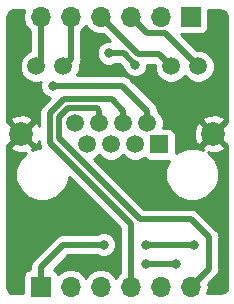
<source format=gbr>
G04 #@! TF.GenerationSoftware,KiCad,Pcbnew,(5.0.2)-1*
G04 #@! TF.CreationDate,2018-12-30T17:04:54-05:00*
G04 #@! TF.ProjectId,8P8C+LED_Horizontal,38503843-2b4c-4454-945f-486f72697a6f,rev?*
G04 #@! TF.SameCoordinates,Original*
G04 #@! TF.FileFunction,Copper,L1,Top*
G04 #@! TF.FilePolarity,Positive*
%FSLAX46Y46*%
G04 Gerber Fmt 4.6, Leading zero omitted, Abs format (unit mm)*
G04 Created by KiCad (PCBNEW (5.0.2)-1) date 12/30/2018 5:04:54 PM*
%MOMM*%
%LPD*%
G01*
G04 APERTURE LIST*
G04 #@! TA.AperFunction,ComponentPad*
%ADD10O,1.700000X1.700000*%
G04 #@! TD*
G04 #@! TA.AperFunction,ComponentPad*
%ADD11R,1.700000X1.700000*%
G04 #@! TD*
G04 #@! TA.AperFunction,ComponentPad*
%ADD12C,1.500000*%
G04 #@! TD*
G04 #@! TA.AperFunction,ComponentPad*
%ADD13C,2.000000*%
G04 #@! TD*
G04 #@! TA.AperFunction,ComponentPad*
%ADD14R,1.500000X1.500000*%
G04 #@! TD*
G04 #@! TA.AperFunction,ViaPad*
%ADD15C,0.800000*%
G04 #@! TD*
G04 #@! TA.AperFunction,Conductor*
%ADD16C,0.525000*%
G04 #@! TD*
G04 #@! TA.AperFunction,Conductor*
%ADD17C,0.254000*%
G04 #@! TD*
G04 APERTURE END LIST*
D10*
G04 #@! TO.P,J3,6*
G04 #@! TO.N,/Y+*
X134620000Y-93980000D03*
G04 #@! TO.P,J3,5*
G04 #@! TO.N,/Y-*
X137160000Y-93980000D03*
G04 #@! TO.P,J3,4*
G04 #@! TO.N,/G+*
X139700000Y-93980000D03*
G04 #@! TO.P,J3,3*
G04 #@! TO.N,/G-*
X142240000Y-93980000D03*
G04 #@! TO.P,J3,2*
G04 #@! TO.N,/Pin8*
X144780000Y-93980000D03*
D11*
G04 #@! TO.P,J3,1*
G04 #@! TO.N,/Pin7*
X147320000Y-93980000D03*
G04 #@! TD*
D10*
G04 #@! TO.P,J2,6*
G04 #@! TO.N,/Pin6*
X147320000Y-116840000D03*
G04 #@! TO.P,J2,5*
G04 #@! TO.N,/Pin5*
X144780000Y-116840000D03*
G04 #@! TO.P,J2,4*
G04 #@! TO.N,/Pin4*
X142240000Y-116840000D03*
G04 #@! TO.P,J2,3*
G04 #@! TO.N,/Pin3*
X139700000Y-116840000D03*
G04 #@! TO.P,J2,2*
G04 #@! TO.N,/Pin2*
X137160000Y-116840000D03*
D11*
G04 #@! TO.P,J2,1*
G04 #@! TO.N,/Pin1*
X134620000Y-116840000D03*
G04 #@! TD*
D12*
G04 #@! TO.P,J1,12*
G04 #@! TO.N,/Y+*
X134233000Y-98175000D03*
G04 #@! TO.P,J1,11*
G04 #@! TO.N,/Y-*
X136523000Y-98175000D03*
G04 #@! TO.P,J1,10*
G04 #@! TO.N,/G+*
X145663000Y-98175000D03*
G04 #@! TO.P,J1,9*
G04 #@! TO.N,/G-*
X147953000Y-98175000D03*
D13*
G04 #@! TO.P,J1,SH*
G04 #@! TO.N,GND*
X149223000Y-103885000D03*
X132963000Y-103885000D03*
D12*
G04 #@! TO.P,J1,8*
G04 #@! TO.N,/Pin8*
X137513000Y-102995000D03*
G04 #@! TO.P,J1,6*
G04 #@! TO.N,/Pin6*
X139553000Y-102995000D03*
G04 #@! TO.P,J1,4*
G04 #@! TO.N,/Pin4*
X141593000Y-102995000D03*
G04 #@! TO.P,J1,2*
G04 #@! TO.N,/Pin2*
X143633000Y-102995000D03*
G04 #@! TO.P,J1,7*
G04 #@! TO.N,/Pin7*
X138533000Y-104775000D03*
G04 #@! TO.P,J1,5*
G04 #@! TO.N,/Pin5*
X140573000Y-104775000D03*
G04 #@! TO.P,J1,3*
G04 #@! TO.N,/Pin3*
X142613000Y-104775000D03*
D14*
G04 #@! TO.P,J1,1*
G04 #@! TO.N,/Pin1*
X144653000Y-104775000D03*
G04 #@! TD*
D15*
G04 #@! TO.N,/Pin2*
X135636000Y-99822000D03*
G04 #@! TO.N,/Pin7*
X140388265Y-97081265D03*
X142621000Y-98044000D03*
G04 #@! TO.N,/Pin3*
X146050000Y-114935000D03*
X143510000Y-114935000D03*
G04 #@! TO.N,/Pin1*
X147574000Y-113284000D03*
X143510000Y-113284000D03*
X139954000Y-113284000D03*
G04 #@! TD*
D16*
G04 #@! TO.N,/Pin6*
X148844000Y-115316000D02*
X147320000Y-116840000D01*
X147333010Y-111138010D02*
X148844000Y-112649000D01*
X143015010Y-111138010D02*
X147333010Y-111138010D01*
X139553000Y-101934340D02*
X139351159Y-101732499D01*
X148844000Y-112649000D02*
X148844000Y-115316000D01*
X139553000Y-102995000D02*
X139553000Y-101934340D01*
X139351159Y-101732499D02*
X136906999Y-101732499D01*
X143015010Y-111125512D02*
X143015010Y-111138010D01*
X136144000Y-102495498D02*
X136144000Y-104254502D01*
X136906999Y-101732499D02*
X136144000Y-102495498D01*
X136144000Y-104254502D02*
X143015010Y-111125512D01*
G04 #@! TO.N,/Pin4*
X135368990Y-102174479D02*
X135368990Y-104634990D01*
X136585980Y-100957489D02*
X135368990Y-102174479D01*
X140616149Y-100957489D02*
X136585980Y-100957489D01*
X141593000Y-102995000D02*
X141593000Y-101934340D01*
X141593000Y-101934340D02*
X140616149Y-100957489D01*
X142240000Y-111506000D02*
X142240000Y-116586000D01*
X135368990Y-104634990D02*
X142240000Y-111506000D01*
G04 #@! TO.N,/Pin2*
X141520660Y-99822000D02*
X135636000Y-99822000D01*
X143633000Y-102995000D02*
X143633000Y-101934340D01*
X143633000Y-101934340D02*
X141520660Y-99822000D01*
G04 #@! TO.N,/Pin7*
X140388265Y-97081265D02*
X141658265Y-97081265D01*
X141658265Y-97081265D02*
X142621000Y-98044000D01*
G04 #@! TO.N,/Pin3*
X146050000Y-114935000D02*
X143510000Y-114935000D01*
G04 #@! TO.N,/Pin1*
X147574000Y-113284000D02*
X143510000Y-113284000D01*
X134620000Y-115211000D02*
X134620000Y-116586000D01*
X136547000Y-113284000D02*
X134620000Y-115211000D01*
X139954000Y-113284000D02*
X136547000Y-113284000D01*
G04 #@! TO.N,/Y+*
X134620000Y-97788000D02*
X134233000Y-98175000D01*
X134620000Y-93980000D02*
X134620000Y-97788000D01*
G04 #@! TO.N,/Y-*
X137160000Y-97538000D02*
X136523000Y-98175000D01*
X137160000Y-93980000D02*
X137160000Y-97538000D01*
G04 #@! TO.N,/G+*
X140549999Y-94829999D02*
X139700000Y-93980000D01*
X142851499Y-97131499D02*
X140549999Y-94829999D01*
X144619499Y-97131499D02*
X142851499Y-97131499D01*
X145663000Y-98175000D02*
X144619499Y-97131499D01*
G04 #@! TO.N,/G-*
X147203001Y-97425001D02*
X147953000Y-98175000D01*
X145120501Y-95342501D02*
X147203001Y-97425001D01*
X143602501Y-95342501D02*
X145120501Y-95342501D01*
X142240000Y-93980000D02*
X143602501Y-95342501D01*
G04 #@! TD*
D17*
G04 #@! TO.N,GND*
G36*
X150047787Y-93464065D02*
X150212920Y-93559405D01*
X150335488Y-93705477D01*
X150411555Y-93914465D01*
X150420001Y-94011007D01*
X150420001Y-102928514D01*
X150375532Y-102912073D01*
X149402605Y-103885000D01*
X150375532Y-104857927D01*
X150420001Y-104841486D01*
X150420000Y-116777881D01*
X150375935Y-117027787D01*
X150280596Y-117192919D01*
X150134524Y-117315488D01*
X149925532Y-117391555D01*
X149829004Y-117400000D01*
X148722701Y-117400000D01*
X148834092Y-116840000D01*
X148793471Y-116635785D01*
X149416123Y-116013133D01*
X149491061Y-115963061D01*
X149689426Y-115666187D01*
X149741500Y-115404395D01*
X149741500Y-115404391D01*
X149759082Y-115316001D01*
X149741500Y-115227611D01*
X149741500Y-112737391D01*
X149759082Y-112649000D01*
X149741500Y-112560609D01*
X149741500Y-112560605D01*
X149689426Y-112298813D01*
X149592038Y-112153061D01*
X149541133Y-112076876D01*
X149541131Y-112076874D01*
X149491061Y-112001939D01*
X149416126Y-111951869D01*
X148030143Y-110565887D01*
X147980071Y-110490949D01*
X147683197Y-110292584D01*
X147421405Y-110240510D01*
X147421401Y-110240510D01*
X147333010Y-110222928D01*
X147244619Y-110240510D01*
X143399265Y-110240510D01*
X139169303Y-106010549D01*
X139317540Y-105949147D01*
X139553000Y-105713687D01*
X139788460Y-105949147D01*
X140297506Y-106160000D01*
X140848494Y-106160000D01*
X141357540Y-105949147D01*
X141593000Y-105713687D01*
X141828460Y-105949147D01*
X142337506Y-106160000D01*
X142888494Y-106160000D01*
X143397540Y-105949147D01*
X143412621Y-105934066D01*
X143445191Y-105982809D01*
X143655235Y-106123157D01*
X143903000Y-106172440D01*
X145403000Y-106172440D01*
X145476079Y-106157904D01*
X145183000Y-106865458D01*
X145183000Y-107764542D01*
X145527065Y-108595187D01*
X146162813Y-109230935D01*
X146993458Y-109575000D01*
X147892542Y-109575000D01*
X148723187Y-109230935D01*
X149358935Y-108595187D01*
X149703000Y-107764542D01*
X149703000Y-106865458D01*
X149358935Y-106034813D01*
X148793889Y-105469767D01*
X148958461Y-105530908D01*
X149608460Y-105506856D01*
X150097264Y-105304387D01*
X150195927Y-105037532D01*
X149223000Y-104064605D01*
X148250073Y-105037532D01*
X148322355Y-105233035D01*
X147892542Y-105055000D01*
X146993458Y-105055000D01*
X146162813Y-105399065D01*
X146050440Y-105511438D01*
X146050440Y-104025000D01*
X146001157Y-103777235D01*
X145896404Y-103620461D01*
X147577092Y-103620461D01*
X147601144Y-104270460D01*
X147803613Y-104759264D01*
X148070468Y-104857927D01*
X149043395Y-103885000D01*
X148070468Y-102912073D01*
X147803613Y-103010736D01*
X147577092Y-103620461D01*
X145896404Y-103620461D01*
X145860809Y-103567191D01*
X145650765Y-103426843D01*
X145403000Y-103377560D01*
X144973652Y-103377560D01*
X145018000Y-103270494D01*
X145018000Y-102732468D01*
X148250073Y-102732468D01*
X149223000Y-103705395D01*
X150195927Y-102732468D01*
X150097264Y-102465613D01*
X149487539Y-102239092D01*
X148837540Y-102263144D01*
X148348736Y-102465613D01*
X148250073Y-102732468D01*
X145018000Y-102732468D01*
X145018000Y-102719506D01*
X144807147Y-102210460D01*
X144545252Y-101948565D01*
X144548082Y-101934340D01*
X144530500Y-101845949D01*
X144530500Y-101845945D01*
X144478426Y-101584153D01*
X144343561Y-101382313D01*
X144330133Y-101362216D01*
X144330131Y-101362214D01*
X144280061Y-101287279D01*
X144205126Y-101237209D01*
X142217793Y-99249877D01*
X142167721Y-99174939D01*
X141870847Y-98976574D01*
X141609055Y-98924500D01*
X141609051Y-98924500D01*
X141520660Y-98906918D01*
X141432269Y-98924500D01*
X137711661Y-98924500D01*
X137908000Y-98450494D01*
X137908000Y-98033996D01*
X138005426Y-97888187D01*
X138018032Y-97824812D01*
X138057500Y-97626395D01*
X138057500Y-97626392D01*
X138075082Y-97538001D01*
X138057500Y-97449610D01*
X138057500Y-95166303D01*
X138230625Y-95050625D01*
X138430000Y-94752239D01*
X138629375Y-95050625D01*
X139120582Y-95378839D01*
X139553744Y-95465000D01*
X139846256Y-95465000D01*
X139904215Y-95453471D01*
X140497009Y-96046265D01*
X140182391Y-96046265D01*
X139801985Y-96203834D01*
X139510834Y-96494985D01*
X139353265Y-96875391D01*
X139353265Y-97287139D01*
X139510834Y-97667545D01*
X139801985Y-97958696D01*
X140182391Y-98116265D01*
X140594139Y-98116265D01*
X140926094Y-97978765D01*
X141286509Y-97978765D01*
X141606069Y-98298326D01*
X141743569Y-98630280D01*
X142034720Y-98921431D01*
X142415126Y-99079000D01*
X142826874Y-99079000D01*
X143207280Y-98921431D01*
X143498431Y-98630280D01*
X143656000Y-98249874D01*
X143656000Y-98028999D01*
X144247743Y-98028999D01*
X144278000Y-98059256D01*
X144278000Y-98450494D01*
X144488853Y-98959540D01*
X144878460Y-99349147D01*
X145387506Y-99560000D01*
X145938494Y-99560000D01*
X146447540Y-99349147D01*
X146808000Y-98988687D01*
X147168460Y-99349147D01*
X147677506Y-99560000D01*
X148228494Y-99560000D01*
X148737540Y-99349147D01*
X149127147Y-98959540D01*
X149338000Y-98450494D01*
X149338000Y-97899506D01*
X149127147Y-97390460D01*
X148737540Y-97000853D01*
X148228494Y-96790000D01*
X147837257Y-96790000D01*
X146524696Y-95477440D01*
X148170000Y-95477440D01*
X148417765Y-95428157D01*
X148627809Y-95287809D01*
X148768157Y-95077765D01*
X148817440Y-94830000D01*
X148817440Y-93420000D01*
X149797881Y-93420000D01*
X150047787Y-93464065D01*
X150047787Y-93464065D01*
G37*
X150047787Y-93464065D02*
X150212920Y-93559405D01*
X150335488Y-93705477D01*
X150411555Y-93914465D01*
X150420001Y-94011007D01*
X150420001Y-102928514D01*
X150375532Y-102912073D01*
X149402605Y-103885000D01*
X150375532Y-104857927D01*
X150420001Y-104841486D01*
X150420000Y-116777881D01*
X150375935Y-117027787D01*
X150280596Y-117192919D01*
X150134524Y-117315488D01*
X149925532Y-117391555D01*
X149829004Y-117400000D01*
X148722701Y-117400000D01*
X148834092Y-116840000D01*
X148793471Y-116635785D01*
X149416123Y-116013133D01*
X149491061Y-115963061D01*
X149689426Y-115666187D01*
X149741500Y-115404395D01*
X149741500Y-115404391D01*
X149759082Y-115316001D01*
X149741500Y-115227611D01*
X149741500Y-112737391D01*
X149759082Y-112649000D01*
X149741500Y-112560609D01*
X149741500Y-112560605D01*
X149689426Y-112298813D01*
X149592038Y-112153061D01*
X149541133Y-112076876D01*
X149541131Y-112076874D01*
X149491061Y-112001939D01*
X149416126Y-111951869D01*
X148030143Y-110565887D01*
X147980071Y-110490949D01*
X147683197Y-110292584D01*
X147421405Y-110240510D01*
X147421401Y-110240510D01*
X147333010Y-110222928D01*
X147244619Y-110240510D01*
X143399265Y-110240510D01*
X139169303Y-106010549D01*
X139317540Y-105949147D01*
X139553000Y-105713687D01*
X139788460Y-105949147D01*
X140297506Y-106160000D01*
X140848494Y-106160000D01*
X141357540Y-105949147D01*
X141593000Y-105713687D01*
X141828460Y-105949147D01*
X142337506Y-106160000D01*
X142888494Y-106160000D01*
X143397540Y-105949147D01*
X143412621Y-105934066D01*
X143445191Y-105982809D01*
X143655235Y-106123157D01*
X143903000Y-106172440D01*
X145403000Y-106172440D01*
X145476079Y-106157904D01*
X145183000Y-106865458D01*
X145183000Y-107764542D01*
X145527065Y-108595187D01*
X146162813Y-109230935D01*
X146993458Y-109575000D01*
X147892542Y-109575000D01*
X148723187Y-109230935D01*
X149358935Y-108595187D01*
X149703000Y-107764542D01*
X149703000Y-106865458D01*
X149358935Y-106034813D01*
X148793889Y-105469767D01*
X148958461Y-105530908D01*
X149608460Y-105506856D01*
X150097264Y-105304387D01*
X150195927Y-105037532D01*
X149223000Y-104064605D01*
X148250073Y-105037532D01*
X148322355Y-105233035D01*
X147892542Y-105055000D01*
X146993458Y-105055000D01*
X146162813Y-105399065D01*
X146050440Y-105511438D01*
X146050440Y-104025000D01*
X146001157Y-103777235D01*
X145896404Y-103620461D01*
X147577092Y-103620461D01*
X147601144Y-104270460D01*
X147803613Y-104759264D01*
X148070468Y-104857927D01*
X149043395Y-103885000D01*
X148070468Y-102912073D01*
X147803613Y-103010736D01*
X147577092Y-103620461D01*
X145896404Y-103620461D01*
X145860809Y-103567191D01*
X145650765Y-103426843D01*
X145403000Y-103377560D01*
X144973652Y-103377560D01*
X145018000Y-103270494D01*
X145018000Y-102732468D01*
X148250073Y-102732468D01*
X149223000Y-103705395D01*
X150195927Y-102732468D01*
X150097264Y-102465613D01*
X149487539Y-102239092D01*
X148837540Y-102263144D01*
X148348736Y-102465613D01*
X148250073Y-102732468D01*
X145018000Y-102732468D01*
X145018000Y-102719506D01*
X144807147Y-102210460D01*
X144545252Y-101948565D01*
X144548082Y-101934340D01*
X144530500Y-101845949D01*
X144530500Y-101845945D01*
X144478426Y-101584153D01*
X144343561Y-101382313D01*
X144330133Y-101362216D01*
X144330131Y-101362214D01*
X144280061Y-101287279D01*
X144205126Y-101237209D01*
X142217793Y-99249877D01*
X142167721Y-99174939D01*
X141870847Y-98976574D01*
X141609055Y-98924500D01*
X141609051Y-98924500D01*
X141520660Y-98906918D01*
X141432269Y-98924500D01*
X137711661Y-98924500D01*
X137908000Y-98450494D01*
X137908000Y-98033996D01*
X138005426Y-97888187D01*
X138018032Y-97824812D01*
X138057500Y-97626395D01*
X138057500Y-97626392D01*
X138075082Y-97538001D01*
X138057500Y-97449610D01*
X138057500Y-95166303D01*
X138230625Y-95050625D01*
X138430000Y-94752239D01*
X138629375Y-95050625D01*
X139120582Y-95378839D01*
X139553744Y-95465000D01*
X139846256Y-95465000D01*
X139904215Y-95453471D01*
X140497009Y-96046265D01*
X140182391Y-96046265D01*
X139801985Y-96203834D01*
X139510834Y-96494985D01*
X139353265Y-96875391D01*
X139353265Y-97287139D01*
X139510834Y-97667545D01*
X139801985Y-97958696D01*
X140182391Y-98116265D01*
X140594139Y-98116265D01*
X140926094Y-97978765D01*
X141286509Y-97978765D01*
X141606069Y-98298326D01*
X141743569Y-98630280D01*
X142034720Y-98921431D01*
X142415126Y-99079000D01*
X142826874Y-99079000D01*
X143207280Y-98921431D01*
X143498431Y-98630280D01*
X143656000Y-98249874D01*
X143656000Y-98028999D01*
X144247743Y-98028999D01*
X144278000Y-98059256D01*
X144278000Y-98450494D01*
X144488853Y-98959540D01*
X144878460Y-99349147D01*
X145387506Y-99560000D01*
X145938494Y-99560000D01*
X146447540Y-99349147D01*
X146808000Y-98988687D01*
X147168460Y-99349147D01*
X147677506Y-99560000D01*
X148228494Y-99560000D01*
X148737540Y-99349147D01*
X149127147Y-98959540D01*
X149338000Y-98450494D01*
X149338000Y-97899506D01*
X149127147Y-97390460D01*
X148737540Y-97000853D01*
X148228494Y-96790000D01*
X147837257Y-96790000D01*
X146524696Y-95477440D01*
X148170000Y-95477440D01*
X148417765Y-95428157D01*
X148627809Y-95287809D01*
X148768157Y-95077765D01*
X148817440Y-94830000D01*
X148817440Y-93420000D01*
X149797881Y-93420000D01*
X150047787Y-93464065D01*
G36*
X133105908Y-93980000D02*
X133221161Y-94559418D01*
X133549375Y-95050625D01*
X133722500Y-95166304D01*
X133722501Y-96887342D01*
X133448460Y-97000853D01*
X133058853Y-97390460D01*
X132848000Y-97899506D01*
X132848000Y-98450494D01*
X133058853Y-98959540D01*
X133448460Y-99349147D01*
X133957506Y-99560000D01*
X134508494Y-99560000D01*
X134648221Y-99502123D01*
X134601000Y-99616126D01*
X134601000Y-100027874D01*
X134758569Y-100408280D01*
X135049720Y-100699431D01*
X135420995Y-100853218D01*
X134796867Y-101477346D01*
X134721929Y-101527418D01*
X134671857Y-101602356D01*
X134639974Y-101650072D01*
X134523564Y-101824293D01*
X134471490Y-102086085D01*
X134471490Y-102086088D01*
X134453908Y-102174479D01*
X134471490Y-102262870D01*
X134471490Y-103225851D01*
X134382387Y-103010736D01*
X134115532Y-102912073D01*
X133142605Y-103885000D01*
X134115532Y-104857927D01*
X134382387Y-104759264D01*
X134471491Y-104519424D01*
X134471491Y-104546594D01*
X134453908Y-104634990D01*
X134523564Y-104985176D01*
X134570219Y-105055000D01*
X134293458Y-105055000D01*
X133863645Y-105233035D01*
X133935927Y-105037532D01*
X132963000Y-104064605D01*
X131990073Y-105037532D01*
X132088736Y-105304387D01*
X132698461Y-105530908D01*
X133348460Y-105506856D01*
X133359662Y-105502216D01*
X132827065Y-106034813D01*
X132483000Y-106865458D01*
X132483000Y-107764542D01*
X132827065Y-108595187D01*
X133462813Y-109230935D01*
X134293458Y-109575000D01*
X135192542Y-109575000D01*
X136023187Y-109230935D01*
X136658935Y-108595187D01*
X137003000Y-107764542D01*
X137003000Y-107538256D01*
X141342500Y-111877757D01*
X141342501Y-115653696D01*
X141169375Y-115769375D01*
X140970000Y-116067761D01*
X140770625Y-115769375D01*
X140279418Y-115441161D01*
X139846256Y-115355000D01*
X139553744Y-115355000D01*
X139120582Y-115441161D01*
X138629375Y-115769375D01*
X138430000Y-116067761D01*
X138230625Y-115769375D01*
X137739418Y-115441161D01*
X137306256Y-115355000D01*
X137013744Y-115355000D01*
X136580582Y-115441161D01*
X136089375Y-115769375D01*
X136077184Y-115787619D01*
X136068157Y-115742235D01*
X135927809Y-115532191D01*
X135717765Y-115391843D01*
X135709965Y-115390291D01*
X136918757Y-114181500D01*
X139416171Y-114181500D01*
X139748126Y-114319000D01*
X140159874Y-114319000D01*
X140540280Y-114161431D01*
X140831431Y-113870280D01*
X140989000Y-113489874D01*
X140989000Y-113078126D01*
X140831431Y-112697720D01*
X140540280Y-112406569D01*
X140159874Y-112249000D01*
X139748126Y-112249000D01*
X139416171Y-112386500D01*
X136635391Y-112386500D01*
X136547000Y-112368918D01*
X136458609Y-112386500D01*
X136458605Y-112386500D01*
X136196813Y-112438574D01*
X135974876Y-112586867D01*
X135974874Y-112586869D01*
X135899939Y-112636939D01*
X135849869Y-112711874D01*
X134047877Y-114513867D01*
X133972939Y-114563939D01*
X133774574Y-114860814D01*
X133722500Y-115122606D01*
X133722500Y-115122609D01*
X133704918Y-115211000D01*
X133722500Y-115299392D01*
X133722500Y-115352008D01*
X133522235Y-115391843D01*
X133312191Y-115532191D01*
X133171843Y-115742235D01*
X133122560Y-115990000D01*
X133122560Y-117400000D01*
X132396119Y-117400000D01*
X132146213Y-117355935D01*
X131981081Y-117260596D01*
X131858512Y-117114524D01*
X131782445Y-116905532D01*
X131774000Y-116809004D01*
X131774000Y-104844444D01*
X131810468Y-104857927D01*
X132783395Y-103885000D01*
X131810468Y-102912073D01*
X131774000Y-102925556D01*
X131774000Y-102732468D01*
X131990073Y-102732468D01*
X132963000Y-103705395D01*
X133935927Y-102732468D01*
X133837264Y-102465613D01*
X133227539Y-102239092D01*
X132577540Y-102263144D01*
X132088736Y-102465613D01*
X131990073Y-102732468D01*
X131774000Y-102732468D01*
X131774000Y-94042119D01*
X131818065Y-93792213D01*
X131913405Y-93627080D01*
X132059477Y-93504512D01*
X132268465Y-93428445D01*
X132364996Y-93420000D01*
X133217299Y-93420000D01*
X133105908Y-93980000D01*
X133105908Y-93980000D01*
G37*
X133105908Y-93980000D02*
X133221161Y-94559418D01*
X133549375Y-95050625D01*
X133722500Y-95166304D01*
X133722501Y-96887342D01*
X133448460Y-97000853D01*
X133058853Y-97390460D01*
X132848000Y-97899506D01*
X132848000Y-98450494D01*
X133058853Y-98959540D01*
X133448460Y-99349147D01*
X133957506Y-99560000D01*
X134508494Y-99560000D01*
X134648221Y-99502123D01*
X134601000Y-99616126D01*
X134601000Y-100027874D01*
X134758569Y-100408280D01*
X135049720Y-100699431D01*
X135420995Y-100853218D01*
X134796867Y-101477346D01*
X134721929Y-101527418D01*
X134671857Y-101602356D01*
X134639974Y-101650072D01*
X134523564Y-101824293D01*
X134471490Y-102086085D01*
X134471490Y-102086088D01*
X134453908Y-102174479D01*
X134471490Y-102262870D01*
X134471490Y-103225851D01*
X134382387Y-103010736D01*
X134115532Y-102912073D01*
X133142605Y-103885000D01*
X134115532Y-104857927D01*
X134382387Y-104759264D01*
X134471491Y-104519424D01*
X134471491Y-104546594D01*
X134453908Y-104634990D01*
X134523564Y-104985176D01*
X134570219Y-105055000D01*
X134293458Y-105055000D01*
X133863645Y-105233035D01*
X133935927Y-105037532D01*
X132963000Y-104064605D01*
X131990073Y-105037532D01*
X132088736Y-105304387D01*
X132698461Y-105530908D01*
X133348460Y-105506856D01*
X133359662Y-105502216D01*
X132827065Y-106034813D01*
X132483000Y-106865458D01*
X132483000Y-107764542D01*
X132827065Y-108595187D01*
X133462813Y-109230935D01*
X134293458Y-109575000D01*
X135192542Y-109575000D01*
X136023187Y-109230935D01*
X136658935Y-108595187D01*
X137003000Y-107764542D01*
X137003000Y-107538256D01*
X141342500Y-111877757D01*
X141342501Y-115653696D01*
X141169375Y-115769375D01*
X140970000Y-116067761D01*
X140770625Y-115769375D01*
X140279418Y-115441161D01*
X139846256Y-115355000D01*
X139553744Y-115355000D01*
X139120582Y-115441161D01*
X138629375Y-115769375D01*
X138430000Y-116067761D01*
X138230625Y-115769375D01*
X137739418Y-115441161D01*
X137306256Y-115355000D01*
X137013744Y-115355000D01*
X136580582Y-115441161D01*
X136089375Y-115769375D01*
X136077184Y-115787619D01*
X136068157Y-115742235D01*
X135927809Y-115532191D01*
X135717765Y-115391843D01*
X135709965Y-115390291D01*
X136918757Y-114181500D01*
X139416171Y-114181500D01*
X139748126Y-114319000D01*
X140159874Y-114319000D01*
X140540280Y-114161431D01*
X140831431Y-113870280D01*
X140989000Y-113489874D01*
X140989000Y-113078126D01*
X140831431Y-112697720D01*
X140540280Y-112406569D01*
X140159874Y-112249000D01*
X139748126Y-112249000D01*
X139416171Y-112386500D01*
X136635391Y-112386500D01*
X136547000Y-112368918D01*
X136458609Y-112386500D01*
X136458605Y-112386500D01*
X136196813Y-112438574D01*
X135974876Y-112586867D01*
X135974874Y-112586869D01*
X135899939Y-112636939D01*
X135849869Y-112711874D01*
X134047877Y-114513867D01*
X133972939Y-114563939D01*
X133774574Y-114860814D01*
X133722500Y-115122606D01*
X133722500Y-115122609D01*
X133704918Y-115211000D01*
X133722500Y-115299392D01*
X133722500Y-115352008D01*
X133522235Y-115391843D01*
X133312191Y-115532191D01*
X133171843Y-115742235D01*
X133122560Y-115990000D01*
X133122560Y-117400000D01*
X132396119Y-117400000D01*
X132146213Y-117355935D01*
X131981081Y-117260596D01*
X131858512Y-117114524D01*
X131782445Y-116905532D01*
X131774000Y-116809004D01*
X131774000Y-104844444D01*
X131810468Y-104857927D01*
X132783395Y-103885000D01*
X131810468Y-102912073D01*
X131774000Y-102925556D01*
X131774000Y-102732468D01*
X131990073Y-102732468D01*
X132963000Y-103705395D01*
X133935927Y-102732468D01*
X133837264Y-102465613D01*
X133227539Y-102239092D01*
X132577540Y-102263144D01*
X132088736Y-102465613D01*
X131990073Y-102732468D01*
X131774000Y-102732468D01*
X131774000Y-94042119D01*
X131818065Y-93792213D01*
X131913405Y-93627080D01*
X132059477Y-93504512D01*
X132268465Y-93428445D01*
X132364996Y-93420000D01*
X133217299Y-93420000D01*
X133105908Y-93980000D01*
G04 #@! TD*
M02*

</source>
